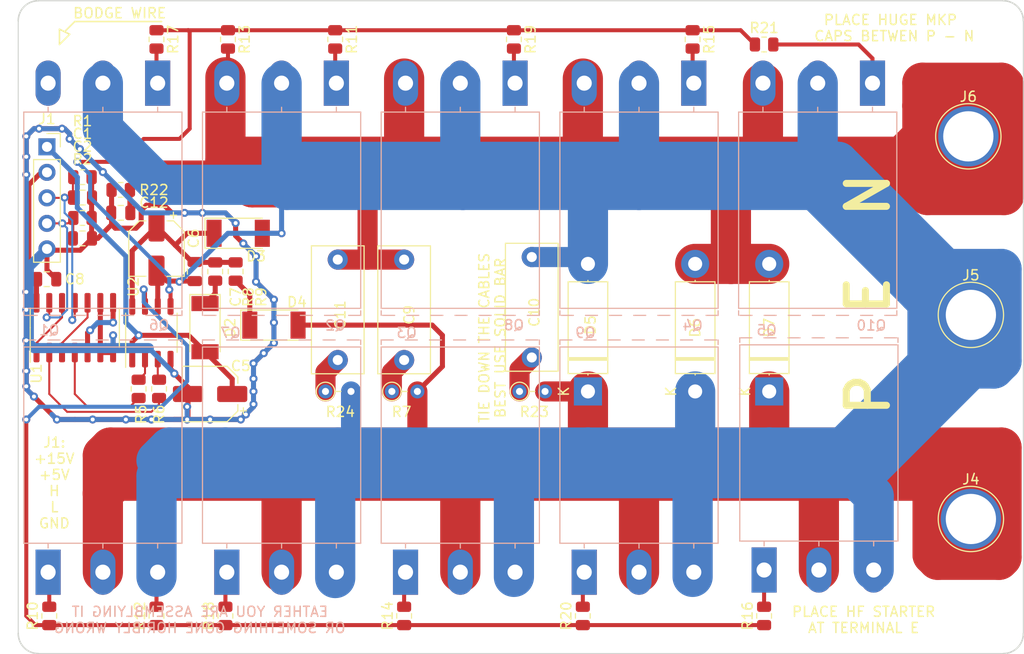
<source format=kicad_pcb>
(kicad_pcb (version 20220914) (generator pcbnew)
  (layers (0 "F.Cu" signal) (31 "B.Cu" signal) (34 "B.Paste" user) (35 "F.Paste" user) (36 "B.SilkS" user "B.Silkscreen") (37 "F.SilkS" user "F.Silkscreen") (38 "B.Mask" user) (39 "F.Mask" user) (44 "Edge.Cuts" user))
  (net 0 "")
  (net 1 "Net-(J1-Pin_3)")
  (net 2 "GND")
  (net 3 "Net-(J1-Pin_4)")
  (net 4 "+15V")
  (net 5 "Net-(D3-K)")
  (net 6 "Net-(D2-K)")
  (net 7 "Net-(D4-K)")
  (net 8 "+5V")
  (net 9 "Net-(C9-Pad1)")
  (net 10 "Net-(C10-Pad1)")
  (net 11 "Net-(C11-Pad1)")
  (net 12 "Net-(Q1-G)")
  (net 13 "Net-(Q2-G)")
  (net 14 "Net-(Q3-G)")
  (net 15 "Net-(Q4-G)")
  (net 16 "Net-(Q5-G)")
  (net 17 "Net-(Q6-G)")
  (net 18 "Net-(Q7-G)")
  (net 19 "Net-(Q8-G)")
  (net 20 "Net-(Q9-G)")
  (net 21 "Net-(Q10-G)")
  (net 22 "Net-(U2-HIN)")
  (net 23 "/outP")
  (net 24 "/in+")
  (net 25 "/in-")
  (net 26 "Net-(U2-LIN)")
  (net 27 "Net-(U2-HO)")
  (net 28 "Net-(U2-LO)")
  (net 29 "Net-(R5-Pad1)")
  (net 30 "Net-(U1-Pad3)")
  (net 31 "Net-(R6-Pad1)")
  (net 32 "Net-(U1-Pad1)")
  (net 33 "Net-(U1-Pad5)")
  (footprint "Capacitor_SMD:CP_Elec_5x5.7" (layer "F.Cu") (at 63.754 74.676 -90)
    (fp_text reference "C6")
    (fp_text value "C_Polarized_Small")
  )
  (footprint "TestPoint:TestPoint_Plated_Hole_D5.0mm" (layer "F.Cu") (at 144.78 81.28)
    (fp_text reference "J5")
    (fp_text value "Conn_01x01")
  )
  (footprint "Package_SO:SO-14_3.9x8.65mm_P1.27mm" (layer "F.Cu") (at 55.626 82.55 90)
    (fp_text reference "U1")
    (fp_text value "74HC04")
  )
  (footprint "Resistor_SMD:R_0805_2012Metric" (layer "F.Cu") (at 69.596 76.962 90)
    (fp_text reference "R8")
    (fp_text value "R_Small")
  )
  (footprint "Resistor_SMD:R_0805_2012Metric" (layer "F.Cu") (at 70.612 111.252 90)
    (fp_text reference "R18")
    (fp_text value "R_Small")
  )
  (footprint "Resistor_SMD:R_0805_2012Metric" (layer "F.Cu") (at 99.314 53.848 -90)
    (fp_text reference "R19")
    (fp_text value "R_Small")
  )
  (footprint "Capacitor_THT:C_Disc_D12.5mm_W5.0mm_P10.00mm" (layer "F.Cu") (at 101.092 85.518 90)
    (fp_text reference "C10")
    (fp_text value "C_Small")
  )
  (footprint "Resistor_SMD:R_0805_2012Metric" (layer "F.Cu") (at 63.754 53.848 -90)
    (fp_text reference "R17")
    (fp_text value "R_Small")
  )
  (footprint "Capacitor_SMD:C_0805_2012Metric" (layer "F.Cu") (at 67.564 76.962 -90)
    (fp_text reference "C7")
    (fp_text value "C_Small")
  )
  (footprint "Connector_PinSocket_2.54mm:PinSocket_1x05_P2.54mm_Vertical" (layer "F.Cu") (at 52.857 64.546)
    (fp_text reference "J1")
    (fp_text value "Conn_01x05")
  )
  (footprint "Diode_THT:D_5W_P12.70mm_Horizontal" (layer "F.Cu") (at 117.348 88.9 90)
    (fp_text reference "D6")
    (fp_text value "D_Small")
  )
  (footprint "Diode_SMD:D_MELF" (layer "F.Cu") (at 68.58 82.55 -90)
    (fp_text reference "D2")
    (fp_text value "D_Small")
  )
  (footprint "Resistor_SMD:R_0805_2012Metric" (layer "F.Cu") (at 61.976 88.646 90)
    (fp_text reference "R5")
    (fp_text value "R_Small")
  )
  (footprint "Diode_THT:D_5W_P12.70mm_Horizontal" (layer "F.Cu") (at 124.714 88.9 90)
    (fp_text reference "D7")
    (fp_text value "D_Small")
  )
  (footprint "Resistor_SMD:R_0805_2012Metric" (layer "F.Cu") (at 63.754 111.252 90)
    (fp_text reference "R12")
    (fp_text value "R_Small")
  )
  (footprint "Resistor_SMD:R_0805_2012Metric" (layer "F.Cu") (at 124.206 54.356)
    (fp_text reference "R21")
    (fp_text value "R_Small")
  )
  (footprint "Resistor_SMD:R_0805_2012Metric" (layer "F.Cu") (at 56.388 67.564 180)
    (fp_text reference "R1")
    (fp_text value "R_Small")
  )
  (footprint "Capacitor_SMD:C_0805_2012Metric" (layer "F.Cu") (at 52.832 77.724)
    (fp_text reference "C8")
    (fp_text value "C_Small")
  )
  (footprint "Capacitor_SMD:CP_Elec_5x5.7" (layer "F.Cu") (at 69.088 89.154 180)
    (fp_text reference "C5")
    (fp_text value "C_Polarized_Small")
  )
  (footprint "Capacitor_THT:C_Disc_D12.5mm_W5.0mm_P10.00mm" (layer "F.Cu") (at 81.788 85.772 90)
    (fp_text reference "C11")
    (fp_text value "C_Small")
  )
  (footprint "Capacitor_SMD:C_0805_2012Metric" (layer "F.Cu") (at 56.388 69.596)
    (fp_text reference "C1")
    (fp_text value "C_Small")
  )
  (footprint "Resistor_SMD:R_0805_2012Metric" (layer "F.Cu") (at 81.534 53.848 -90)
    (fp_text reference "R11")
    (fp_text value "R_Small")
  )
  (footprint "Package_SO:SOP-8_3.9x4.9mm_P1.27mm" (layer "F.Cu") (at 63.246 83.058 90)
    (fp_text reference "U2")
    (fp_text value "IR2101")
  )
  (footprint "Resistor_SMD:R_0805_2012Metric" (layer "F.Cu") (at 70.866 53.848 -90)
    (fp_text reference "R13")
    (fp_text value "R_Small")
  )
  (footprint "Diode_SMD:D_MELF" (layer "F.Cu") (at 71.882 73.152)
    (fp_text reference "D3")
    (fp_text value "D_Small")
  )
  (footprint "TestPoint:TestPoint_Plated_Hole_D5.0mm" (layer "F.Cu") (at 144.78 101.6)
    (fp_text reference "J4")
    (fp_text value "Conn_01x01")
  )
  (footprint "Resistor_THT:R_Axial_DIN0204_L3.6mm_D1.6mm_P2.54mm_Vertical" (layer "F.Cu") (at 99.872 88.9)
    (fp_text reference "R23")
    (fp_text value "R_Small")
  )
  (footprint "Resistor_SMD:R_0805_2012Metric" (layer "F.Cu") (at 60.198 68.834)
    (fp_text reference "R22")
    (fp_text value "R_Small")
  )
  (footprint "Capacitor_SMD:C_0805_2012Metric" (layer "F.Cu") (at 60.198 71.12)
    (fp_text reference "C12")
    (fp_text value "C_Small")
  )
  (footprint "Diode_SMD:D_MELF" (layer "F.Cu") (at 75.438 82.296)
    (fp_text reference "D4")
    (fp_text value "D_Small")
  )
  (footprint "TestPoint:TestPoint_Plated_Hole_D5.0mm" (layer "F.Cu") (at 144.526 63.5)
    (fp_text reference "J6")
    (fp_text value "Conn_01x01")
  )
  (footprint "Resistor_SMD:R_0805_2012Metric" (layer "F.Cu") (at 124.206 111.252 90)
    (fp_text reference "R16")
    (fp_text value "R_Small")
  )
  (footprint "Resistor_SMD:R_0805_2012Metric" (layer "F.Cu") (at 88.392 111.252 90)
    (fp_text reference "R14")
    (fp_text value "R_Small")
  )
  (footprint "Capacitor_THT:C_Disc_D12.5mm_W5.0mm_P10.00mm" (layer "F.Cu") (at 88.392 85.772 90)
    (fp_text reference "C9")
    (fp_text value "C_Small")
  )
  (footprint "Resistor_SMD:R_0805_2012Metric" (layer "F.Cu") (at 117.094 53.848 -90)
    (fp_text reference "R15")
    (fp_text value "R_Small")
  )
  (footprint "Diode_THT:D_5W_P12.70mm_Horizontal" (layer "F.Cu") (at 106.68 88.9 90)
    (fp_text reference "D5")
    (fp_text value "D_Small")
  )
  (footprint "Resistor_THT:R_Axial_DIN0204_L3.6mm_D1.6mm_P2.54mm_Vertical" (layer "F.Cu") (at 80.568 88.9)
    (fp_text reference "R24")
    (fp_text value "R_Small")
  )
  (footprint "Resistor_SMD:R_0805_2012Metric" (layer "F.Cu") (at 56.388 71.628 180)
    (fp_text reference "R2")
    (fp_text value "R_Small")
  )
  (footprint "Resistor_THT:R_Axial_DIN0204_L3.6mm_D1.6mm_P2.54mm_Vertical" (layer "F.Cu") (at 87.172 88.9)
    (fp_text reference "R7")
    (fp_text value "R_Small")
  )
  (footprint "Resistor_SMD:R_0805_2012Metric" (layer "F.Cu") (at 64.008 88.646 90)
    (fp_text reference "R6")
    (fp_text value "R_Small")
  )
  (footprint "Resistor_SMD:R_0805_2012Metric" (layer "F.Cu") (at 71.628 76.962 -90)
    (fp_text reference "R9")
    (fp_text value "R_Small")
  )
  (footprint "Capacitor_SMD:C_0805_2012Metric" (layer "F.Cu") (at 56.388 73.66)
    (fp_text reference "C2")
    (fp_text value "C_Small")
  )
  (footprint "Resistor_SMD:R_0805_2012Metric" (layer "F.Cu") (at 53.086 111.252 90)
    (fp_text reference "R10")
    (fp_text value "R_Small")
  )
  (footprint "Resistor_SMD:R_0805_2012Metric" (layer "F.Cu") (at 106.172 111.252 90)
    (fp_text reference "R20")
    (fp_text value "R_Small")
  )
  (footprint "Package_TO_SOT_THT:TO-3P-3_Horizontal_TabUp" (layer "B.Cu") (at 70.75 106.895)
    (fp_text reference "Q7")
    (fp_text value "Q_NMOS_GDS")
  )
  (footprint "Package_TO_SOT_THT:TO-3P-3_Horizontal_TabUp" (layer "B.Cu") (at 117.21 58.205 180)
    (fp_text reference "Q4")
    (fp_text value "Q_NMOS_GDS")
  )
  (footprint "Package_TO_SOT_THT:TO-3P-3_Horizontal_TabUp" (layer "B.Cu") (at 106.31 106.895)
    (fp_text reference "Q9")
    (fp_text value "Q_NMOS_GDS")
  )
  (footprint "Package_TO_SOT_THT:TO-3P-3_Horizontal_TabUp" (layer "B.Cu") (at 124.206 106.68)
    (fp_text reference "Q5")
    (fp_text value "Q_NMOS_GDS")
  )
  (footprint "Package_TO_SOT_THT:TO-3P-3_Horizontal_TabUp" (layer "B.Cu") (at 134.99 58.205 180)
    (fp_text reference "Q10")
    (fp_text value "Q_NMOS_GDS")
  )
  (footprint "Package_TO_SOT_THT:TO-3P-3_Horizontal_TabUp" (layer "B.Cu") (at 63.87 58.205 180)
    (fp_text reference "Q6")
    (fp_text value "Q_NMOS_GDS")
  )
  (footprint "Package_TO_SOT_THT:TO-3P-3_Horizontal_TabUp" (layer "B.Cu") (at 52.97 106.895)
    (fp_text reference "Q1")
    (fp_text value "Q_NMOS_GDS")
  )
  (footprint "Package_TO_SOT_THT:TO-3P-3_Horizontal_TabUp" (layer "B.Cu") (at 99.43 58.205 180)
    (fp_text reference "Q8")
    (fp_text value "Q_NMOS_GDS")
  )
  (footprint "Package_TO_SOT_THT:TO-3P-3_Horizontal_TabUp" (layer "B.Cu") (at 81.65 58.205 180)
    (fp_text reference "Q2")
    (fp_text value "Q_NMOS_GDS")
  )
  (footprint "Package_TO_SOT_THT:TO-3P-3_Horizontal_TabUp" (layer "B.Cu") (at 88.53 106.895)
    (fp_text reference "Q3")
    (fp_text value "Q_NMOS_GDS")
  )
  (gr_line (start 55.118 53.34) (end 54.102 52.832) (stroke (width 0.15)) (layer "F.SilkS"))
  (gr_line (start 64.262 52.07) (end 55.626 52.07) (stroke (width 0.15)) (layer "F.SilkS"))
  (gr_line (start 54.102 54.356) (end 54.102 52.832) (stroke (width 0.15)) (layer "F.SilkS"))
  (gr_line (start 54.102 54.356) (end 55.118 53.34) (stroke (width 0.15)) (layer "F.SilkS"))
  (gr_line (start 54.61 53.086) (end 55.626 52.07) (stroke (width 0.15)) (layer "F.SilkS"))
  (gr_arc (start 50 52) (mid 50.585786 50.585786) (end 52 50) (stroke (width 0.15)) (layer "Edge.Cuts"))
  (gr_arc (start 150 113) (mid 149.414214 114.414214) (end 148 115) (stroke (width 0.15)) (layer "Edge.Cuts"))
  (gr_line (start 52 50) (end 148 50) (stroke (width 0.1)) (layer "Edge.Cuts"))
  (gr_line (start 150 52) (end 150 113) (stroke (width 0.1)) (layer "Edge.Cuts"))
  (gr_arc (start 52 115) (mid 50.585786 114.414214) (end 50 113) (stroke (width 0.15)) (layer "Edge.Cuts"))
  (gr_line (start 148 115) (end 52 115) (stroke (width 0.1)) (layer "Edge.Cuts"))
  (gr_line (start 50 113) (end 50 52) (stroke (width 0.1)) (layer "Edge.Cuts"))
  (gr_arc (start 148 50) (mid 149.414214 50.585786) (end 150 52) (stroke (width 0.15)) (layer "Edge.Cuts"))
  (gr_text "EATHER YOU ARE ASSEMBLYING IT\nOR SOMETHING GONE HORIBLY WRONG" (at 68.072 113.03) (layer "B.SilkS") (effects (font (size 1 1)) (justify bottom mirror)))
  (gr_text "PLACE HF STARTER\nAT TERMINAL E" (at 134.112 113.03) (layer "F.SilkS") (effects (font (size 1 1)) (justify bottom)))
  (gr_text "TIE DOWN THE CABLES\nBEST USE SOLID BAR" (at 98.552 83.566 90) (layer "F.SilkS") (effects (font (size 1 1)) (justify bottom)))
  (gr_text "P  E  N" (at 136.906 91.694 90) (layer "F.SilkS") (effects (font (size 4 4) (thickness 0.7) bold) (justify left bottom)))
  (gr_text "J1:\n+15V\n+5V\nH\nL\nGND" (at 53.594 102.616) (layer "F.SilkS") (effects (font (size 1 1)) (justify bottom)))
  (gr_text "BODGE WIRE" (at 55.372 51.816) (layer "F.SilkS") (effects (font (size 1 1)) (justify left bottom)))
  (gr_text "PLACE HUGE MKP \nCAPS BETWEN P - N" (at 137.16 54.102) (layer "F.SilkS") (effects (font (size 1 1)) (justify bottom)))
  (segment (start 55.438 69.596) (end 55.438 67.6015) (width 0.2) (layer "F.Cu") (net 1))
  (segment (start 55.408 69.626) (end 55.438 69.596) (width 0.2) (layer "F.Cu") (net 1))
  (segment (start 55.372 81.788) (end 55.626 81.534) (width 0.2) (layer "F.Cu") (net 1))
  (segment (start 52.857 69.626) (end 55.408 69.626) (width 0.2) (layer "F.Cu") (net 1))
  (segment (start 55.626 81.534) (end 55.626 80.075) (width 0.2) (layer "F.Cu") (net 1))
  (segment (start 55.438 67.6015) (end 55.4755 67.564) (width 0.2) (layer "F.Cu") (net 1))
  (via (at 55.372 81.788) (size 0.8) (drill 0.4) (layers "F.Cu" "B.Cu") (net 1))
  (via (at 54.61 69.596) (size 0.8) (drill 0.4) (layers "F.Cu" "B.Cu") (net 1))
  (segment (start 54.61 71.12) (end 54.61 69.596) (width 0.2) (layer "B.Cu") (net 1))
  (segment (start 55.372 71.882) (end 54.61 71.12) (width 0.2) (layer "B.Cu") (net 1))
  (segment (start 55.372 81.788) (end 55.372 71.882) (width 0.2) (layer "B.Cu") (net 1))
  (segment (start 65.532 91.694) (end 55.626 91.694) (width 0.5) (layer "F.Cu") (net 2))
  (segment (start 75.438 84.074) (end 75.438 79.756) (width 0.5) (layer "F.Cu") (net 2))
  (segment (start 54.61 62.738) (end 54.356 62.738) (width 0.5) (layer "F.Cu") (net 2))
  (segment (start 59.643 72.644) (end 59.2855 72.2865) (width 0.5) (layer "F.Cu") (net 2))
  (segment (start 65.151 85.683) (end 65.151 86.655) (width 0.5) (layer "F.Cu") (net 2))
  (segment (start 58.166 85.025) (end 59.436 85.025) (width 0.5) (layer "F.Cu") (net 2))
  (segment (start 65.532 91.694) (end 72.136 91.694) (width 0.5) (layer "F.Cu") (net 2))
  (segment (start 75.438 79.756) (end 73.66 77.978) (width 0.5) (layer "F.Cu") (net 2))
  (segment (start 57.912 73.66) (end 59.2855 72.2865) (width 0.5) (layer "F.Cu") (net 2))
  (segment (start 50.8 63.5) (end 50.8 65.532) (width 0.5) (layer "F.Cu") (net 2))
  (segment (start 55.626 91.694) (end 53.848 91.694) (width 0.5) (layer "F.Cu") (net 2))
  (segment (start 56.134 64.77) (end 55.118 63.754) (width 0.5) (layer "F.Cu") (net 2))
  (segment (start 52.857 74.706) (end 52.857 76.799) (width 0.5) (layer "F.Cu") (net 2))
  (segment (start 52.986 74.835) (end 56.163 74.835) (width 0.5) (layer "F.Cu") (net 2))
  (segment (start 50.8 65.532) (end 50.8 67.31) (width 0.5) (layer "F.Cu") (net 2))
  (segment (start 61.722 72.644) (end 59.643 72.644) (width 0.5) (layer "F.Cu") (net 2))
  (segment (start 65.151 86.655) (end 65.532 87.036) (width 0.5) (layer "F.Cu") (net 2))
  (segment (start 71.628 72.136) (end 70.612 71.12) (width 0.5) (layer "F.Cu") (net 2))
  (segment (start 50.8 78.994) (end 50.8 79.248) (width 0.5) (layer "F.Cu") (net 2))
  (segment (start 66.888 90.338) (end 66.802 90.424) (width 0.5) (layer "F.Cu") (net 2))
  (segment (start 56.163 74.835) (end 57.338 73.66) (width 0.5) (layer "F.Cu") (net 2))
  (segment (start 50.8 83.82) (end 50.8 80.772) (width 0.5) (layer "F.Cu") (net 2))
  (segment (start 62.23 72.136) (end 61.722 72.644) (width 0.5) (layer "F.Cu") (net 2))
  (segment (start 57.3005 73.6225) (end 57.338 73.66) (width 0.5) (layer "F.Cu") (net 2))
  (segment (start 57.338 73.66) (end 57.912 73.66) (width 0.5) (layer "F.Cu") (net 2))
  (segment (start 73.66 75.438) (end 71.628 73.406) (width 0.5) (layer "F.Cu") (net 2))
  (segment (start 55.118 63.754) (end 55.118 63.246) (width 0.5) (layer "F.Cu") (net 2))
  (segment (start 52.07 62.738) (end 51.562 62.738) (width 0.5) (layer "F.Cu") (net 2))
  (segment (start 53.848 91.694) (end 50.8 88.646) (width 0.5) (layer "F.Cu") (net 2))
  (segment (start 72.136 91.694) (end 73.406 90.424) (width 0.5) (layer "F.Cu") (net 2))
  (segment (start 52.857 74.706) (end 52.986 74.835) (width 0.5) (layer "F.Cu") (net 2))
  (segment (start 52.857 76.799) (end 53.782 77.724) (width 0.5) (layer "F.Cu") (net 2))
  (segment (start 55.118 63.246) (end 54.61 62.738) (width 0.5) (layer "F.Cu") (net 2))
  (segment (start 65.532 87.122) (end 66.888 88.478) (width 0.5) (layer "F.Cu") (net 2))
  (segment (start 64.516 70.358) (end 62.738 70.358) (width 0.5) (layer "F.Cu") (net 2))
  (segment (start 59.436 83.312) (end 59.436 85.025) (width 0.5) (layer "F.Cu") (net 2))
  (segment (start 66.888 89.154) (end 66.888 90.338) (width 0.5) (layer "F.Cu") (net 2))
  (segment (start 62.23 70.866) (end 62.23 72.136) (width 0.5) (layer "F.Cu") (net 2))
  (segment (start 65.532 87.036) (end 65.532 87.122) (width 0.5) (layer "F.Cu") (net 2))
  (segment (start 57.3005 67.564) (end 57.3005 73.6225) (width 0.5) (layer "F.Cu") (net 2))
  (segment (start 66.888 90.51) (end 66.888 91.694) (width 0.5) (layer "F.Cu") (net 2))
  (segment (start 73.66 77.978) (end 73.66 75.438) (width 0.5) (layer "F.Cu") (net 2))
  (segment (start 59.2855 72.2865) (end 59.2855 68.834) (width 0.5) (layer "F.Cu") (net 2))
  (segment (start 73.406 90.424) (end 73.406 86.106) (width 0.5) (layer "F.Cu") (net 2))
  (segment (start 66.888 91.694) (end 65.532 91.694) (width 0.5) (layer "F.Cu") (net 2))
  (segment (start 54.356 62.738) (end 52.07 62.738) (width 0.5) (layer "F.Cu") (net 2))
  (segment (start 65.278 71.12) (end 64.516 70.358) (width 0.5) (layer "F.Cu") (net 2))
  (segment (start 58.166 80.075) (end 58.166 85.025) (width 0.5) (layer "F.Cu") (net 2))
  (segment (start 66.888 88.478) (end 66.888 89.154) (width 0.5) (layer "F.Cu") (net 2))
  (segment (start 73.406 86.106) (end 75.438 84.074) (width 0.5) (layer "F.Cu") (net 2))
  (segment (start 70.612 71.12) (end 65.278 71.12) (width 0.5) (layer "F.Cu") (net 2))
  (segment (start 62.738 70.358) (end 62.23 70.866) (width 0.5) (layer "F.Cu") (net 2))
  (segment (start 71.628 73.406) (end 71.628 72.136) (width 0.5) (layer "F.Cu") (net 2))
  (segment (start 50.8 80.772) (end 50.8 78.994) (width 0.5) (layer "F.Cu") (net 2))
  (segment (start 51.562 62.738) (end 50.8 63.5) (width 0.5) (layer "F.Cu") (net 2))
  (segment (start 66.802 90.424) (end 66.888 90.51) (width 0.5) (layer "F.Cu") (net 2))
  (segment (start 50.8 88.646) (end 50.8 83.82) (width 0.5) (layer "F.Cu") (net 2))
  (via (at 50.8 83.82) (size 0.8) (drill 0.4) (layers "F.Cu" "B.Cu") (net 2))
  (via (at 50.8 86.868) (size 0.8) (drill 0.4) (layers "F.Cu" "B.Cu") (net 2))
  (via (at 73.406 87.63) (size 0.8) (drill 0.4) (layers "F.Cu" "B.Cu") (net 2))
  (via (at 50.8 65.532) (size 0.8) (drill 0.4) (layers "F.Cu" "B.Cu") (net 2))
  (via (at 50.8 80.772) (size 0.8) (drill 0.4) (layers "F.Cu" "B.Cu") (net 2))
  (via (at 63.246 91.694) (size 0.8) (drill 0.4) (layers "F.Cu" "B.Cu") (net 2))
  (via (at 73.66 75.438) (size 0.8) (drill 0.4) (layers "F.Cu" "B.Cu") (net 2))
  (via (at 65.532 87.122) (size 0.8) (drill 0.4) (layers "F.Cu" "B.Cu") (net 2))
  (via (at 71.628 72.136) (size 0.8) (drill 0.4) (layers "F.Cu" "B.Cu") (net 2))
  (via (at 58.42 67.056) (size 0.8) (drill 0.4) (layers "F.Cu" "B.Cu") (net 2))
  (via (at 66.548 71.12) (size 0.8) (drill 0.4) (layers "F.Cu" "B.Cu") (net 2))
  (via (at 66.802 90.424) (size 0.8) (drill 0.4) (layers "F.Cu" "B.Cu") (net 2))
  (via (at 50.8 67.31) (size 0.8) (drill 0.4) (layers "F.Cu" "B.Cu") (net 2))
  (via (at 50.8 63.5) (size 0.8) (drill 0.4) (layers "F.Cu" "B.Cu") (net 2))
  (via (at 50.8 78.994) (size 0.8) (drill 0.4) (layers "F.Cu" "B.Cu") (net 2))
  (via (at 66.802 91.694) (size 0.8) (drill 0.4) (layers "F.Cu" "B.Cu") (net 2))
  (via (at 68.326 71.12) (size 0.8) (drill 0.4) (layers "F.Cu" "B.Cu") (net 2))
  (via (at 72.39 74.168) (size 0.8) (drill 0.4) (layers "F.Cu" "B.Cu") (net 2))
  (via (at 73.66 77.978) (size 0.8) (drill 0.4) (layers "F.Cu" "B.Cu") (net 2))
  (via (at 60.706 91.694) (size 0.8) (drill 0.4) (layers "F.Cu" "B.Cu") (net 2))
  (via (at 73.406 86.106) (size 0.8) (drill 0.4) (layers "F.Cu" "B.Cu") (net 2))
  (via (at 59.436 83.312) (size 0.8) (drill 0.4) (layers "F.Cu" "B.Cu") (net 2))
  (via (at 51.562 89.408) (size 0.8) (drill 0.4) (layers "F.Cu" "B.Cu") (net 2))
  (via (at 54.356 62.738) (size 0.8) (drill 0.4) (layers "F.Cu" "B.Cu") (net 2))
  (via (at 69.088 91.694) (size 0.8) (drill 0.4) (layers "F.Cu" "B.Cu") (net 2))
  (via (at 75.438 84.074) (size 0.8) (drill 0.4) (layers "F.Cu" "B.Cu") (net 2))
  (via (at 75.438 82.042) (size 0.8) (drill 0.4) (layers "F.Cu" "B.Cu") (net 2))
  (via (at 73.406 90.17) (size 0.8) (drill 0.4) (layers "F.Cu" "B.Cu") (net 2))
  (via (at 75.438 79.756) (size 0.8) (drill 0.4) (layers "F.Cu" "B.Cu") (net 2))
  (via (at 74.422 85.09) (size 0.8) (drill 0.4) (layers "F.Cu" "B.Cu") (net 2))
  (via (at 57.404 91.694) (size 0.8) (drill 0.4) (layers "F.Cu" "B.Cu") (net 2))
  (via (at 52.07 62.738) (size 0.8) (drill 0.4) (layers "F.Cu" "B.Cu") (net 2))
  (via (at 72.644 91.186) (size 0.8) (drill 0.4) (layers "F.Cu" "B.Cu") (net 2))
  (via (at 73.406 88.9) (size 0.8) (drill 0.4) (layers "F.Cu" "B.Cu") (net 2))
  (via (at 55.118 63.754) (size 0.8) (drill 0.4) (layers "F.Cu" "B.Cu") (net 2))
  (via (at 56.134 64.77) (size 0.8) (drill 0.4) (layers "F.Cu" "B.Cu") (net 2))
  (via (at 53.848 91.694) (size 0.8) (drill 0.4) (layers "F.Cu" "B.Cu") (net 2))
  (via (at 50.8 88.392) (size 0.8) (drill 0.4) (layers "F.Cu" "B.Cu") (net 2))
  (via (at 72.136 91.694) (size 0.8) (drill 0.4) (layers "F.Cu" "B.Cu") (net 2))
  (segment (start 50.8 84.328) (end 50.8 86.868) (width 0.5) (layer "B.Cu") (net 2))
  (segment (start 60.706 91.694) (end 57.404 91.694) (width 0.5) (layer "B.Cu") (net 2))
  (segment (start 59.436 84.328) (end 59.182 84.582) (width 0.5) (layer "B.Cu") (net 2))
  (segment (start 74.422 85.09) (end 75.438 84.074) (width 0.5) (layer "B.Cu") (net 2))
  (segment (start 50.8 63.5) (end 50.8 76.255) (width 0.5) (layer "B.Cu") (net 2))
  (segment (start 51.054 76.509) (end 51.054 84.074) (width 1) (layer "B.Cu") (net 2))
  (segment (start 72.136 91.694) (end 72.644 91.186) (width 0.5) (layer "B.Cu") (net 2))
  (segment (start 72.644 91.186) (end 72.644 91.186) (width 0.5) (layer "B.Cu") (net 2))
  (segment (start 50.8 76.255) (end 51.054 76.509) (width 0.5) (layer "B.Cu") (net 2))
  (segment (start 66.802 90.424) (end 66.802 91.694) (width 0.5) (layer "B.Cu") (net 2))
  (segment (start 51.562 62.738) (end 50.8 63.5) (width 0.5) (layer "B.Cu") (net 2))
  (segment (start 73.66 75.692) (end 73.66 75.438) (width 0.5) (layer "B.Cu") (net 2))
  (segment (start 71.628 72.136) (end 70.612 71.12) (width 0.5) (layer "B.Cu") (net 2))
  (segment (start 74.422 85.09) (end 74.422 85.09) (width 0.5) (layer "B.Cu") (net 2))
  (segment (start 75.438 84.074) (end 75.438 82.042) (width 0.5) (layer "B.Cu") (net 2))
  (segment (start 70.612 71.12) (end 68.326 71.12) (width 0.5) (layer "B.Cu") (net 2))
  (segment (start 69.088 91.694) (end 72.136 91.694) (width 0.5) (layer "B.Cu") (net 2))
  (segment (start 73.406 86.106) (end 74.422 85.09) (width 0.5) (layer "B.Cu") (net 2))
  (segment (start 73.66 77.978) (end 73.66 75.692) (width 0.5) (layer "B.Cu") (net 2))
  (segment (start 68.326 71.12) (end 66.548 71.12) (width 0.5) (layer "B.Cu") (net 2))
  (segment (start 58.42 67.056) (end 58.42 67.056) (width 0.5) (layer "B.Cu") (net 2))
  (segment (start 66.802 91.694) (end 69.088 91.694) (width 0.5) (layer "B.Cu") (net 2))
  (segment (start 59.436 83.312) (end 59.436 84.328) (width 0.5) (layer "B.Cu") (net 2))
  (segment (start 73.406 87.63) (end 73.406 86.106) (width 0.5) (layer "B.Cu") (net 2))
  (segment (start 56.134 64.77) (end 56.134 64.77) (width 0.5) (layer "B.Cu") (net 2))
  (segment (start 73.406 90.424) (end 73.406 90.17) (width 0.5) (layer "B.Cu") (net 2))
  (segment (start 58.42 67.056) (end 56.134 64.77) (width 0.5) (layer "B.Cu") (net 2))
  (segment (start 63.246 91.694) (end 60.706 91.694) (width 0.5) (layer "B.Cu") (net 2))
  (segment (start 53.848 91.694) (end 53.34 91.186) (width 0.5) (layer "B.Cu") (net 2))
  (segment (start 66.548 71.12) (end 62.484 71.12) (width 0.5) (layer "B.Cu") (net 2))
  (segment (start 75.184 79.502) (end 73.66 77.978) (width 0.5) (layer "B.Cu") (net 2))
  (segment (start 56.134 64.77) (end 56.134 64.77) (width 0.5) (layer "B.Cu") (net 2))
  (segment (start 52.857 74.706) (end 51.054 76.509) (width 1) (layer "B.Cu") (net 2))
  (segment (start 73.66 75.438) (end 72.39 74.168) (width 0.5) (layer "B.Cu") (net 2))
  (segment (start 62.484 71.12) (end 58.42 67.056) (width 0.5) (layer "B.Cu") (net 2))
  (segment (start 50.8 88.392) (end 50.8 88.646) (width 0.5) (layer "B.Cu") (net 2))
  (segment (start 72.644 91.186) (end 72.644 91.186) (width 0.5) (layer "B.Cu") (net 2))
  (segment (start 56.134 64.77) (end 55.118 63.754) (width 0.5) (layer "B.Cu") (net 2))
  (segment (start 75.438 79.756) (end 75.184 79.502) (width 0.5) (layer "B.Cu") (net 2))
  (segment (start 65.532 87.122) (end 62.992 84.582) (width 0.5) (layer "B.Cu") (net 2))
  (segment (start 73.406 88.9) (end 73.406 87.63) (width 0.5) (layer "B.Cu") (net 2))
  (segment (start 59.182 84.582) (end 58.674 84.582) (width 0.5) (layer "B.Cu") (net 2))
  (segment (start 73.406 90.17) (end 73.406 88.9) (width 0.5) (layer "B.Cu") (net 2))
  (segment (start 51.562 84.582) (end 58.674 84.582) (width 1) (layer "B.Cu") (net 2))
  (segment (start 57.404 91.694) (end 53.848 91.694) (width 0.5) (layer "B.Cu") (net 2))
  (segment (start 58.674 84.582) (end 62.992 84.582) (width 1) (layer "B.Cu") (net 2))
  (segment (start 54.61 62.738) (end 51.562 62.738) (width 0.5) (layer "B.Cu") (net 2))
  (segment (start 74.422 85.09) (end 74.422 85.09) (width 0.5) (layer "B.Cu") (net 2))
  (segment (start 51.054 84.074) (end 50.8 84.328) (width 0.5) (layer "B.Cu") (net 2))
  (segment (start 75.438 82.042) (end 75.438 79.756) (width 0.5) (layer "B.Cu") (net 2))
  (segment (start 50.8 88.646) (end 51.562 89.408) (width 0.5) (layer "B.Cu") (net 2))
  (segment (start 55.118 63.754) (end 55.118 63.246) (width 0.5) (layer "B.Cu") (net 2))
  (segment (start 50.8 86.868) (end 50.8 88.392) (width 0.5) (layer "B.Cu") (net 2))
  (segment (start 51.054 84.074) (end 51.562 84.582) (width 1) (layer "B.Cu") (net 2))
  (segment (start 55.118 63.246) (end 54.61 62.738) (width 0.5) (layer "B.Cu") (net 2))
  (segment (start 72.644 91.186) (end 73.406 90.424) (width 0.5) (layer "B.Cu") (net 2))
  (segment (start 58.42 67.056) (end 58.42 67.056) (width 0.5) (layer "B.Cu") (net 2))
  (segment (start 66.802 91.694) (end 63.246 91.694) (width 0.5) (layer "B.Cu") (net 2))
  (segment (start 55.4755 73.6225) (end 55.438 73.66) (width 0.2) (layer "F.Cu") (net 3))
  (segment (start 53.086 81.28) (end 52.832 81.534) (width 0.2) (layer "F.Cu") (net 3))
  (segment (start 54.386 72.166) (end 54.9375 72.166) (width 0.2) (layer "F.Cu") (net 3))
  (segment (start 54.9375 72.166) (end 55.4755 71.628) (width 0.2) (layer "F.Cu") (net 3))
  (segment (start 55.4755 71.628) (end 55.4755 73.6225) (width 0.2) (layer "F.Cu") (net 3))
  (segment (start 52.857 72.166) (end 54.386 72.166) (width 0.2) (layer "F.Cu") (net 3))
  (segment (start 53.086 80.075) (end 53.086 81.28) (width 0.2) (layer "F.Cu") (net 3))
  (via (at 54.386 72.166) (size 0.8) (drill 0.4) (layers "F.Cu" "B.Cu") (net 3))
  (via (at 52.832 81.534) (size 0.8) (drill 0.4) (layers "F.Cu" "B.Cu") (net 3))
  (segment (start 52.832 81.534) (end 54.102 81.534) (width 0.2) (layer "B.Cu") (net 3))
  (segment (start 54.102 81.534) (end 54.864 80.772) (width 0.2) (layer "B.Cu") (net 3))
  (segment (start 54.864 80.772) (end 54.864 72.644) (width 0.2) (layer "B.Cu") (net 3))
  (segment (start 54.864 72.644) (end 54.386 72.166) (width 0.2) (layer "B.Cu") (net 3))
  (segment (start 61.976 83.312) (end 66.942 83.312) (width 0.5) (layer "F.Cu") (net 4))
  (segment (start 68.58 84.95) (end 71.288 87.658) (width 0.5) (layer "F.Cu") (net 4))
  (segment (start 71.288 87.658) (end 71.288 89.154) (width 0.5) (layer "F.Cu") (net 4))
  (segment (start 61.341 83.947) (end 61.976 83.312) (width 0.5) (layer "F.Cu") (net 4))
  (segment (start 66.942 83.312) (end 68.58 84.95) (width 0.5) (layer "F.Cu") (net 4))
  (segment (start 61.341 85.683) (end 61.341 83.947) (width 0.5) (layer "F.Cu") (net 4))
  (via (at 61.976 83.312) (size 0.8) (drill 0.4) (layers "F.Cu" "B.Cu") (net 4))
  (segment (start 55.88 70.612) (end 55.88 67.569) (width 0.5) (layer "B.Cu") (net 4))
  (segment (start 55.88 67.569) (end 52.857 64.546) (width 0.5) (layer "B.Cu") (net 4))
  (segment (start 60.706 75.438) (end 55.88 70.612) (width 0.5) (layer "B.Cu") (net 4))
  (segment (start 60.706 82.042) (end 60.706 75.438) (width 0.5) (layer "B.Cu") (net 4))
  (segment (start 61.976 83.312) (end 60.706 82.042) (width 0.5) (layer "B.Cu") (net 4))
  (segment (start 67.29 76.012) (end 65.616 74.338) (width 0.5) (layer "F.Cu") (net 5))
  (segment (start 67.6015 76.0495) (end 67.564 76.012) (width 0.5) (layer "F.Cu") (net 5))
  (segment (start 71.628 76.0495) (end 67.6015 76.0495) (width 0.5) (layer "F.Cu") (net 5))
  (segment (start 66.802 73.152) (end 65.616 74.338) (width 0.5) (layer "F.Cu") (net 5))
  (segment (start 67.564 76.012) (end 67.29 76.012) (width 0.5) (layer "F.Cu") (net 5))
  (segment (start 63.754 72.476) (end 61.341 74.889) (width 0.5) (layer "F.Cu") (net 5))
  (segment (start 61.341 74.889) (end 61.341 80.433) (width 0.5) (layer "F.Cu") (net 5))
  (segment (start 65.616 74.338) (end 63.754 72.476) (width 0.5) (layer "F.Cu") (net 5))
  (segment (start 69.482 73.152) (end 66.802 73.152) (width 0.5) (layer "F.Cu") (net 5))
  (segment (start 69.596 79.134) (end 68.58 80.15) (width 0.5) (layer "F.Cu") (net 6))
  (segment (start 69.596 77.8745) (end 69.596 79.134) (width 0.5) (layer "F.Cu") (net 6))
  (segment (start 73.038 82.296) (end 73.038 79.2845) (width 0.5) (layer "F.Cu") (net 7))
  (segment (start 73.038 79.2845) (end 71.628 77.8745) (width 0.5) (layer "F.Cu") (net 7))
  (segment (start 52.857 67.086) (end 52.294 67.086) (width 0.5) (layer "F.Cu") (net 8))
  (segment (start 51.054 68.326) (end 51.054 76.896) (width 0.5) (layer "F.Cu") (net 8))
  (segment (start 51.816 80.075) (end 51.816 77.79) (width 0.5) (layer "F.Cu") (net 8))
  (segment (start 52.294 67.086) (end 51.054 68.326) (width 0.5) (layer "F.Cu") (net 8))
  (segment (start 51.054 76.896) (end 51.882 77.724) (width 0.5) (layer "F.Cu") (net 8))
  (segment (start 51.816 77.79) (end 51.882 77.724) (width 0.5) (layer "F.Cu") (net 8))
  (segment (start 87.172 86.992) (end 88.392 85.772) (width 2) (layer "F.Cu") (net 9))
  (segment (start 87.172 88.9) (end 87.172 86.992) (width 2) (layer "F.Cu") (net 9))
  (segment (start 99.872 86.738) (end 101.092 85.518) (width 2) (layer "F.Cu") (net 10))
  (segment (start 99.872 88.9) (end 99.872 86.738) (width 2) (layer "F.Cu") (net 10))
  (segment (start 80.568 86.992) (end 81.788 85.772) (width 2) (layer "F.Cu") (net 11))
  (segment (start 80.568 88.9) (end 80.568 86.992) (width 2) (layer "F.Cu") (net 11))
  (segment (start 53.086 107.011) (end 52.97 106.895) (width 0.4) (layer "F.Cu") (net 12))
  (segment (start 53.086 110.3395) (end 53.086 107.011) (width 0.4) (layer "F.Cu") (net 12))
  (segment (start 81.534 58.089) (end 81.65 58.205) (width 0.4) (layer "F.Cu") (net 13))
  (segment (start 81.534 54.7605) (end 81.534 58.089) (width 0.4) (layer "F.Cu") (net 13))
  (segment (start 88.392 107.033) (end 88.53 106.895) (width 0.4) (layer "F.Cu") (net 14))
  (segment (start 88.392 110.3395) (end 88.392 107.033) (width 0.4) (layer "F.Cu") (net 14))
  (segment (start 117.094 58.089) (end 117.21 58.205) (width 0.4) (layer "F.Cu") (net 15))
  (segment (start 117.094 54.7605) (end 117.094 58.089) (width 0.4) (layer "F.Cu") (net 15))
  (segment (start 124.206 110.3395) (end 124.206 106.68) (width 0.4) (layer "F.Cu") (net 16))
  (segment (start 63.754 54.7605) (end 63.754 58.089) (width 0.4) (layer "F.Cu") (net 17))
  (segment (start 63.754 58.089) (end 63.87 58.205) (width 0.4) (layer "F.Cu") (net 17))
  (segment (start 70.612 107.033) (end 70.75 106.895) (width 0.4) (layer "F.Cu") (net 18))
  (segment (start 70.612 110.3395) (end 70.612 107.033) (width 0.4) (layer "F.Cu") (net 18))
  (segment (start 99.314 58.089) (end 99.43 58.205) (width 0.4) (layer "F.Cu") (net 19))
  (segment (start 99.314 54.7605) (end 99.314 58.089) (width 0.4) (layer "F.Cu") (net 19))
  (segment (start 106.172 110.3395) (end 106.172 107.033) (width 0.4) (layer "F.Cu") (net 20))
  (segment (start 106.172 107.033) (end 106.31 106.895) (width 0.4) (layer "F.Cu") (net 20))
  (segment (start 134.99 55.742) (end 134.99 58.205) (width 0.4) (layer "F.Cu") (net 21))
  (segment (start 133.604 54.356) (end 134.99 55.742) (width 0.4) (layer "F.Cu") (net 21))
  (segment (start 125.1185 54.356) (end 133.604 54.356) (width 0.4) (layer "F.Cu") (net 21))
  (segment (start 62.611 87.0985) (end 61.976 87.7335) (width 0.2) (layer "F.Cu") (net 22))
  (segment (start 62.611 85.683) (end 62.611 87.0985) (width 0.2) (layer "F.Cu") (net 22))
  (segment (start 63.754 107.011) (end 63.87 106.895) (width 0.4) (layer "F.Cu") (net 23))
  (segment (start 63.881 80.433) (end 63.881 77.003) (width 0.5) (layer "F.Cu") (net 23))
  (segment (start 67.564 77.912) (end 66.106 77.912) (width 0.5) (layer "F.Cu") (net 23))
  (segment (start 74.282 73.152) (end 76.2 73.152) (width 0.5) (layer "F.Cu") (net 23))
  (segment (start 66.04 77.978) (end 65.974 77.912) (width 0.5) (layer "F.Cu") (net 23))
  (segment (start 63.881 77.003) (end 63.754 76.876) (width 0.5) (layer "F.Cu") (net 23))
  (segment (start 63.754 110.3395) (end 63.754 107.011) (width 0.4) (layer "F.Cu") (net 23))
  (segment (start 65.974 77.912) (end 64.79 77.912) (width 0.5) (layer "F.Cu") (net 23))
  (segment (start 66.106 77.912) (end 66.04 77.978) (width 0.5) (layer "F.Cu") (net 23))
  (segment (start 64.79 77.912) (end 63.754 76.876) (width 0.5) (layer "F.Cu") (net 23))
  (via (at 66.04 77.978) (size 0.8) (drill 0.4) (layers "F.Cu" "B.Cu") (net 23))
  (via (at 76.2 73.152) (size 0.8) (drill 0.4) (layers "F.Cu" "B.Cu") (net 23))
  (segment (start 88.9 94.488) (end 106.68 94.488) (width 4) (layer "B.Cu") (net 23))
  (segment (start 111.76 68.834) (end 128.778 68.834) (width 4) (layer "B.Cu") (net 23))
  (segment (start 70.612 94.488) (end 81.788 94.488) (width 4) (layer "B.Cu") (net 23))
  (segment (start 124.714 94.488) (end 132.08 94.488) (width 4) (layer "B.Cu") (net 23))
  (segment (start 111.76 58.205) (end 111.76 68.834) (width 4) (layer "B.Cu") (net 23))
  (segment (start 135.106 99.292) (end 133.604 97.79) (width 4) (layer "B.Cu") (net 23))
  (segment (start 58.42 62.738) (end 58.42 58.205) (width 4) (layer "B.Cu") (net 23))
  (segment (start 117.348 93.98) (end 117.856 94.488) (width 4) (layer "B.Cu") (net 23))
  (segment (start 117.856 94.488) (end 124.714 94.488) (width 4) (layer "B.Cu") (net 23))
  (segment (start 106.68 76.2) (end 106.68 68.834) (width 4) (layer "B.Cu") (net 23))
  (segment (start 64.008 97.536) (end 63.754 97.282) (width 4) (layer "B.Cu") (net 23))
  (segment (start 129.286 68.834) (end 139.573 79.121) (width 4) (layer "B.Cu") (net 23))
  (segment (start 144.78 79.248) (end 142.367 76.835) (width 4) (layer "B.Cu") (net 23))
  (segment (start 147.828 85.852) (end 147.066 86.614) (width 4) (layer "B.Cu") (net 23))
  (segment (start 76.2 68.326) (end 64.008 68.326) (width 4) (layer "B.Cu") (net 23))
  (segment (start 144.78 86.614) (end 133.604 97.79) (width 4) (layer "B.Cu") (net 23))
  (segment (start 88.53 94.858) (end 88.9 94.488) (width 4) (layer "B.Cu") (net 23))
  (segment (start 142.367 76.835) (end 142.494 76.708) (width 4) (layer "B.Cu") (net 23))
  (segment (start 76.2 73.152) (end 76.2 68.326) (width 0.5) (layer "B.Cu") (net 23))
  (segment (start 106.68 68.834) (end 111.76 68.834) (width 4) (layer "B.Cu") (net 23))
  (segment (start 142.367 76.835) (end 131.572 66.04) (width 4) (layer "B.Cu") (net 23))
  (segment (start 76.708 68.834) (end 94.234 68.834) (width 4) (layer "B.Cu") (net 23))
  (segment (start 131.572 66.04) (end 78.486 66.04) (width 4) (layer "B.Cu") (net 23))
  (segment (start 144.78 81.28) (end 144.78 86.614) (width 4) (layer "B.Cu") (net 23))
  (segment (start 140.462 80.01) (end 139.573 79.121) (width 4) (layer "B.Cu") (net 23))
  (segment (start 101.092 75.518) (end 105.998 75.518) (width 2) (layer "B.Cu") (net 23))
  (segment (start 140.462 86.106) (end 140.462 80.01) (width 4) (layer "B.Cu") (net 23))
  (segment (start 139.573 79.121) (end 141.732 81.28) (width 4) (layer "B.Cu") (net 23))
  (segment (start 117.094 107.3645) (end 117.094 95.3275) (width 4) (layer "B.Cu") (net 23))
  (segment (start 132.08 94.488) (end 140.462 86.106) (width 4) (layer "B.Cu") (net 23))
  (segment (start 76.2 68.326) (end 76.708 68.834) (width 4) (layer "B.Cu") (net 23))
  (segment (start 83.108 88.9) (end 83.108 93.168) (width 2) (layer "B.Cu") (net 23))
  (segment (start 99.314 107.3645) (end 99.314 95.3275) (width 4) (layer "B.Cu") (net 23))
  (segment (start 133.604 97.79) (end 133.35 97.536) (width 4) (layer "B.Cu") (net 23))
  (segment (start 83.108 93.168) (end 81.788 94.488) (width 2) (layer "B.Cu") (net 23))
  (segment (start 63.754 95.758) (end 65.024 94.488) (width 4) (layer "B.Cu") (net 23))
  (segment (start 142.494 76.708) (end 147.828 76.708) (width 4) (layer "B.Cu") (net 23))
  (segment (start 94.234 68.834) (end 106.68 68.834) (width 4) (layer "B.Cu") (net 23))
  (segment (start 106.31 94.858) (end 106.68 94.488) (width 4) (layer "B.Cu") (net 23))
  (segment (start 129.54 58.205) (end 129.54 68.072) (width 4) (layer "B.Cu") (net 23))
  (segment (start 65.024 94.488) (end 70.612 94.488) (width 4) (layer "B.Cu") (net 23))
  (segment (start 133.35 97.536) (end 64.008 97.536) (width 4) (layer "B.Cu") (net 23))
  (segment (start 124.09 95.112) (end 124.714 94.488) (width 4) (layer "B.Cu") (net 23))
  (segment (start 141.732 81.28) (end 144.78 81.28) (width 4) (layer "B.Cu") (net 23))
  (segment (start 81.534 107.4805) (end 81.534 95.2115) (width 4) (layer "B.Cu") (net 23))
  (segment (start 63.754 107.3535) (end 63.754 97.3705) (width 4) (layer "B.Cu") (net 23))
  (segment (start 106.68 94.488) (end 117.856 94.488) (width 4) (layer "B.Cu") (net 23))
  (segment (start 129.54 68.072) (end 128.778 68.834) (width 4) (layer "B.Cu") (net 23))
  (segment (start 78.486 66.04) (end 76.2 68.326) (width 4) (layer "B.Cu") (net 23))
  (segment (start 105.998 75.518) (end 106.68 76.2) (width 2) (layer "B.Cu") (net 23))
  (segment (start 64.008 68.326) (end 58.42 62.738) (width 4) (layer "B.Cu") (net 23))
  (segment (start 140.462 86.106) (end 144.78 81.788) (width 4) (layer "B.Cu") (net 23))
  (segment (start 70.75 94.626) (end 70.612 94.488) (width 4) (layer "B.Cu") (net 23))
  (segment (start 128.778 68.834) (end 129.286 68.834) (width 4) (layer "B.Cu") (net 23))
  (segment (start 76.2 58.205) (end 76.2 68.326) (width 4) (layer "B.Cu") (net 23))
  (segment (start 147.066 86.614) (end 144.78 86.614) (width 4) (layer "B.Cu") (net 23))
  (segment (start 81.788 94.488) (end 88.9 94.488) (width 4) (layer "B.Cu") (net 23))
  (segment (start 70.866 73.152) (end 76.2 73.152) (width 0.5) (layer "B.Cu") (net 23))
  (segment (start 144.78 81.788) (end 144.78 81.28) (width 4) (layer "B.Cu") (net 23))
  (segment (start 144.78 81.28) (end 144.78 79.248) (width 4) (layer "B.Cu") (net 23))
  (segment (start 66.04 77.978) (end 70.866 73.152) (width 0.5) (layer "B.Cu") (net 23))
  (segment (start 117.348 88.9) (end 117.348 93.98) (width 4) (layer "B.Cu") (net 23))
  (segment (start 93.98 58.205) (end 93.98 68.58) (width 4) (layer "B.Cu") (net 23))
  (segment (start 93.98 68.58) (end 94.234 68.834) (width 4) (layer "B.Cu") (net 23))
  (segment (start 135.106 106.68) (end 135.106 99.292) (width 4) (layer "B.Cu") (net 23))
  (segment (start 147.828 76.708) (end 147.828 85.852) (width 4) (layer "B.Cu") (net 23))
  (segment (start 91.186 82.296) (end 92.202 83.312) (width 0.5) (layer "F.Cu") (net 24))
  (segment (start 58.42 95.25) (end 58.42 99.06) (width 4) (layer "F.Cu") (net 24))
  (segment (start 58.42 99.06) (end 59.69 97.79) (width 4) (layer "F.Cu") (net 24))
  (segment (start 107.188 94.488) (end 90.17 94.488) (width 4) (layer "F.Cu") (net 24))
  (segment (start 129.656 97.928) (end 129.794 97.79) (width 4) (layer "F.Cu") (net 24))
  (segment (start 140.97 97.79) (end 144.78 101.6) (width 4) (layer "F.Cu") (net 24))
  (segment (start 111.76 106.895) (end 111.76 98.044) (width 4) (layer "F.Cu") (net 24))
  (segment (start 124.714 94.234) (end 124.968 94.488) (width 4) (layer "F.Cu") (net 24))
  (segment (start 58.42 106.895) (end 58.42 99.06) (width 4) (layer "F.Cu") (net 24))
  (segment (start 141.478 94.488) (end 124.968 94.488) (width 4) (layer "F.Cu") (net 24))
  (segment (start 94.742 97.79) (end 112.014 97.79) (width 4) (layer "F.Cu") (net 24))
  (segment (start 141.478 105.664) (end 140.97 105.156) (width 4) (layer "F.Cu") (net 24))
  (segment (start 106.68 93.98) (end 107.188 94.488) (width 4) (layer "F.Cu") (net 24))
  (segment (start 141.478 94.488) (end 147.828 94.488) (width 4) (layer "F.Cu") (net 24))
  (segment (start 75.692 97.79) (end 94.742 97.79) (width 4) (layer "F.Cu") (net 24))
  (segment (start 76.2 106.895) (end 76.2 98.298) (width 4) (layer "F.Cu") (net 24))
  (segment (start 89.712 94.03) (end 90.17 94.488) (width 2) (layer "F.Cu") (net 24))
  (segment (start 102.412 88.9) (end 106.68 88.9) (width 2) (layer "F.Cu") (net 24))
  (segment (start 77.838 82.296) (end 91.186 82.296) (width 0.5) (layer "F.Cu") (net 24))
  (segment (start 106.68 88.9) (end 106.68 93.98) (width 4) (layer "F.Cu") (net 24))
  (segment (start 147.574 105.664) (end 141.478 105.664) (width 4) (layer "F.Cu") (net 24))
  (segment (start 140.97 105.156) (end 140.97 97.79) (width 4) (layer "F.Cu") (net 24))
  (segment (start 92.202 86.41) (end 89.712 88.9) (width 0.5) (layer "F.Cu") (net 24))
  (segment (start 147.828 94.488) (end 147.828 105.41) (width 4) (layer "F.Cu") (net 24))
  (segment (start 124.714 88.9) (end 124.714 94.234) (width 4) (layer "F.Cu") (net 24))
  (segment (start 59.182 94.488) (end 58.42 95.25) (width 4) (layer "F.Cu") (net 24))
  (segment (start 111.76 98.044) (end 112.014 97.79) (width 4) (layer "F.Cu") (net 24))
  (segment (start 76.2 98.298) (end 75.692 97.79) (width 4) (layer "F.Cu") (net 24))
  (segment (start 144.78 101.6) (end 144.78 97.79) (width 4) (layer "F.Cu") (net 24))
  (segment (start 93.98 106.895) (end 93.98 98.552) (width 4) (layer "F.Cu") (net 24))
  (segment (start 90.17 94.488) (end 59.182 94.488) (width 4) (layer "F.Cu") (net 24))
  (segment (start 129.794 97.79) (end 140.97 97.79) (width 4) (layer "F.Cu") (net 24))
  (segment (start 92.202 83.312) (end 92.202 86.41) (width 0.5) (layer "F.Cu") (net 24))
  (segment (start 124.968 94.488) (end 107.188 94.488) (width 4) (layer "F.Cu") (net 24))
  (segment (start 59.69 97.79) (end 75.692 97.79) (width 4) (layer "F.Cu") (net 24))
  (segment (start 129.656 106.68) (end 129.656 97.928) (width 4) (layer "F.Cu") (net 24))
  (segment (start 89.712 88.9) (end 89.712 94.03) (width 2) (layer "F.Cu") (net 24))
  (segment (start 112.014 97.79) (end 129.794 97.79) (width 4) (layer "F.Cu") (net 24))
  (segment (start 144.526 97.536) (end 141.478 94.488) (width 4) (layer "F.Cu") (net 24))
  (segment (start 93.98 98.552) (end 94.742 97.79) (width 4) (layer "F.Cu") (net 24))
  (segment (start 147.828 105.41) (end 147.574 105.664) (width 4) (layer "F.Cu") (net 24))
  (segment (start 144.78 97.79) (end 144.526 97.536) (width 4) (layer "F.Cu") (net 24))
  (segment (start 120.396 68.58) (end 139.7 68.58) (width 4) (layer "F.Cu") (net 25))
  (segment (start 73.29 68.58) (end 82.296 68.58) (width 4) (layer "F.Cu") (net 25))
  (segment (start 71.49 65.532) (end 70.866 66.156) (width 4) (layer "F.Cu") (net 25))
  (segment (start 70.866 58.089) (end 70.75 58.205) (width 0.4) (layer "F.Cu") (net 25))
  (segment (start 139.954 58.166) (end 147.828 58.166) (width 4) (layer "F.Cu") (net 25))
  (segment (start 139.954 60.452) (end 139.954 58.166) (width 4) (layer "F.Cu") (net 25))
  (segment (start 139.954 63.5) (end 139.954 60.452) (width 4) (layer "F.Cu") (net 25))
  (segment (start 123.952 65.532) (end 71.49 65.532) (width 4) (layer "F.Cu") (net 25))
  (segment (start 84.756 75.772) (end 84.756 69.168) (width 2) (layer "F.Cu") (net 25))
  (segment (start 85.344 68.58) (end 99.822 68.58) (width 4) (layer "F.Cu") (net 25))
  (segment (start 120.904 69.088) (end 120.396 68.58) (width 4) (layer "F.Cu") (net 25))
  (segment (start 141.351 66.929) (end 144.526 63.754) (width 4) (layer "F.Cu") (net 25))
  (segment (start 70.612 65.902) (end 70.866 66.156) (width 4) (layer "F.Cu") (net 25))
  (segment (start 124.714 76.2) (end 120.904 76.2) (width 4) (layer "F.Cu") (net 25))
  (segment (start 63.87 66.156) (end 61.192 68.834) (width 0.5) (layer "F.Cu") (net 25))
  (segment (start 147.828 58.166) (end 148.082 58.42) (width 4) (layer "F.Cu") (net 25))
  (segment (start 99.822 68.58) (end 118.11 68.58) (width 4) (layer "F.Cu") (net 25))
  (segment (start 140.462 69.342) (end 139.7 68.58) (width 4) (layer "F.Cu") (net 25))
  (segment (start 120.904 76.2) (end 120.904 69.088) (width 4) (layer "F.Cu") (net 25))
  (segment (start 139.954 60.452) (end 146.05 60.452) (width 4) (layer "F.Cu") (net 25))
  (segment (start 81.65 67.934) (end 82.296 68.58) (width 4) (layer "F.Cu") (net 25))
  (segment (start 61.192 68.834) (end 61.1105 68.834) (width 0.5) (layer "F.Cu") (net 25))
  (segment (start 106.172 57.7465) (end 106.172 67.2215) (width 4) (layer "F.Cu") (net 25))
  (segment (start 139.954 63.5) (end 137.922 65.532) (width 4) (layer "F.Cu") (net 25))
  (segment (start 118.11 68.58) (end 120.396 68.58) (width 4) (layer "F.Cu") (net 25))
  (segment (start 120.904 76.2) (end 117.348 76.2) (width 4) (layer "F.Cu") (net 25))
  (segment (start 70.866 54.7605) (end 70.866 58.089) (width 0.4) (layer "F.Cu") (net 25))
  (segment (start 84.756 75.772) (end 81.788 75.772) (width 2) (layer "F.Cu") (net 25))
  (segment (start 82.296 68.58) (end 85.344 68.58) (width 4) (layer "F.Cu") (net 25))
  (segment (start 84.756 69.168) (end 85.344 68.58) (width 2) (layer "F.Cu") (net 25))
  (segment (start 148.082 58.42) (end 148.082 69.342) (width 4) (layer "F.Cu") (net 25))
  (segment (start 148.082 69.342) (end 140.462 69.342) (width 4) (layer "F.Cu") (net 25))
  (segment (start 124.09 65.394) (end 123.952 65.532) (width 4) (layer "F.Cu") (net 25))
  (segment (start 137.922 65.532) (end 123.952 65.532) (width 4) (layer "F.Cu") (net 25))
  (segment (start 144.526 63.5) (end 139.954 63.5) (width 4) (layer "F.Cu") (net 25))
  (segment (start 61.1105 71.0825) (end 61.148 71.12) (width 0.5) (layer "F.Cu") (net 25))
  (segment (start 146.05 65.786) (end 145.034 66.802) (width 4) (layer "F.Cu") (net 25))
  (segment (start 139.7 68.58) (end 141.351 66.929) (width 4) (layer "F.Cu") (net 25))
  (segment (start 146.05 60.452) (end 146.05 65.786) (width 4) (layer "F.Cu") (net 25))
  (segment (start 99.43 68.188) (end 99.822 68.58) (width 4) (layer "F.Cu") (net 25))
  (segment (start 117.21 67.68) (end 118.11 68.58) (width 4) (layer "F.Cu") (net 25))
  (segment (start 70.866 66.156) (end 73.29 68.58) (width 4) (layer "F.Cu") (net 25))
  (segment (start 61.1105 68.834) (end 61.1105 71.0825) (width 0.5) (layer "F.Cu") (net 25))
  (segment (start 88.392 75.772) (end 84.756 75.772) (width 2) (layer "F.Cu") (net 25))
  (segment (start 88.392 57.7465) (end 88.392 67.7295) (width 4) (layer "F.Cu") (net 25))
  (segment (start 124.09 58.205) (end 124.09 65.394) (width 4) (layer "F.Cu") (net 25))
  (segment (start 144.526 63.754) (end 144.526 63.5) (width 4) (layer "F.Cu") (net 25))
  (segment (start 70.612 57.6195) (end 70.612 65.902) (width 4) (layer "F.Cu") (net 25))
  (segment (start 70.866 66.156) (end 63.87 66.156) (width 0.5) (layer "F.Cu") (net 25))
  (segment (start 63.881 87.6065) (end 64.008 87.7335) (width 0.2) (layer "F.Cu") (net 26))
  (segment (start 63.881 85.683) (end 63.881 87.6065) (width 0.2) (layer "F.Cu") (net 26))
  (segment (start 53.086 112.1645) (end 124.206 112.1645) (width 0.4) (layer "F.Cu") (net 27))
  (segment (start 51.7125 112.1645) (end 53.086 112.1645) (width 0.4) (layer "F.Cu") (net 27))
  (segment (start 62.611 80.433) (end 62.611 78.867) (width 0.4) (layer "F.Cu") (net 27))
  (segment (start 62.611 78.867) (end 62.484 78.74) (width 0.4) (layer "F.Cu") (net 27))
  (segment (start 50.8 111.252) (end 51.7125 112.1645) (width 0.4) (layer "F.Cu") (net 27))
  (segment (start 50.8 91.694) (end 50.8 111.252) (width 0.4) (layer "F.Cu") (net 27))
  (via (at 62.484 78.74) (size 0.8) (drill 0.4) (layers "F.Cu" "B.Cu") (net 27))
  (via (at 50.8 91.694) (size 0.8) (drill 0.4) (layers "F.Cu" "B.Cu") (net 27))
  (segment (start 66.802 84.328) (end 62.484 80.01) (width 0.4) (layer "B.Cu") (net 27))
  (segment (start 66.802 87.884) (end 66.802 84.328) (width 0.4) (layer "B.Cu") (net 27))
  (segment (start 50.8 91.694) (end 52.07 90.424) (width 0.4) (layer "B.Cu") (net 27))
  (segment (start 62.484 80.01) (end 62.484 78.74) (width 0.4) (layer "B.Cu") (net 27))
  (segment (start 64.262 90.424) (end 66.802 87.884) (width 0.4) (layer "B.Cu") (net 27))
  (segment (start 52.07 90.424) (end 64.262 90.424) (width 0.4) (layer "B.Cu") (net 27))
  (segment (start 67.056 62.738) (end 67.056 53.086) (width 0.4) (layer "F.Cu") (net 28))
  (segment (start 62.484 63.754) (end 66.04 63.754) (width 0.4) (layer "F.Cu") (net 28))
  (segment (start 65.151 78.8885) (end 65.024 78.7615) (width 0.4) (layer "F.Cu") (net 28))
  (segment (start 66.9055 52.9355) (end 117.094 52.9355) (width 0.4) (layer "F.Cu") (net 28))
  (segment (start 66.9055 52.9355) (end 63.754 52.9355) (width 0.4) (layer "F.Cu") (net 28))
  (segment (start 67.056 53.086) (end 66.9055 52.9355) (width 0.4) (layer "F.Cu") (net 28))
  (segment (start 60.198 66.04) (end 62.484 63.754) (width 0.4) (layer "F.Cu") (net 28))
  (segment (start 65.151 80.433) (end 65.151 78.8885) (width 0.4) (layer "F.Cu") (net 28))
  (segment (start 66.04 63.754) (end 67.056 62.738) (width 0.4) (layer "F.Cu") (net 28))
  (segment (start 117.094 52.9355) (end 121.873 52.9355) (width 0.4) (layer "F.Cu") (net 28))
  (segment (start 121.873 52.9355) (end 123.2935 54.356) (width 0.4) (layer "F.Cu") (net 28))
  (segment (start 55.88 66.04) (end 60.198 66.04) (width 0.4) (layer "F.Cu") (net 28))
  (via (at 55.88 66.04) (size 0.8) (drill 0.4) (layers "F.Cu" "B.Cu") (net 28))
  (via (at 65.024 78.7615) (size 0.8) (drill 0.4) (layers "F.Cu" "B.Cu") (net 28))
  (segment (start 55.88 66.04) (end 57.15 67.31) (width 0.4) (layer "B.Cu") (net 28))
  (segment (start 57.15 69.596) (end 65.024 77.47) (width 0.4) (layer "B.Cu") (net 28))
  (segment (start 57.15 67.31) (end 57.15 69.596) (width 0.4) (layer "B.Cu") (net 28))
  (segment (start 65.024 77.47) (end 65.024 78.7615) (width 0.4) (layer "B.Cu") (net 28))
  (segment (start 61.976 89.5585) (end 61.1105 90.424) (width 0.2) (layer "F.Cu") (net 29))
  (segment (start 55.626 89.154) (end 55.626 85.025) (width 0.2) (layer "F.Cu") (net 29))
  (segment (start 61.1105 90.424) (end 56.896 90.424) (width 0.2) (layer "F.Cu") (net 29))
  (segment (start 56.896 90.424) (end 55.626 89.154) (width 0.2) (layer "F.Cu") (net 29))
  (segment (start 54.356 85.025) (end 54.356 84.074) (width 0.2) (layer "F.Cu") (net 30))
  (segment (start 54.356 84.074) (end 56.896 81.534) (width 0.2) (layer "F.Cu") (net 30))
  (segment (start 56.896 81.534) (end 56.896 80.075) (width 0.2) (layer "F.Cu") (net 30))
  (segment (start 54.864 90.932) (end 63.246 90.932) (width 0.2) (layer "F.Cu") (net 31))
  (segment (start 53.086 85.025) (end 53.086 89.154) (width 0.2) (layer "F.Cu") (net 31))
  (segment (start 53.086 89.154) (end 54.864 90.932) (width 0.2) (layer "F.Cu") (net 31))
  (segment (start 63.246 90.932) (end 64.008 90.17) (width 0.2) (layer "F.Cu") (net 31))
  (segment (start 64.008 90.17) (end 64.008 89.5585) (width 0.2) (layer "F.Cu") (net 31))
  (segment (start 54.356 81.534) (end 54.356 80.075) (width 0.2) (layer "F.Cu") (net 32))
  (segment (start 51.816 84.074) (end 54.356 81.534) (width 0.2) (layer "F.Cu") (net 32))
  (segment (start 51.816 85.025) (end 51.816 84.074) (width 0.2) (layer "F.Cu") (net 32))
  (segment (start 56.896 83.058) (end 57.15 82.804) (width 0.5) (layer "F.Cu") (net 33))
  (segment (start 56.896 85.025) (end 56.896 83.058) (width 0.5) (layer "F.Cu") (net 33))
  (segment (start 59.436 80.075) (end 59.436 82.042) (width 0.5) (layer "F.Cu") (net 33))
  (via (at 59.436 82.042) (size 0.8) (drill 0.4) (layers "F.Cu" "B.Cu") (net 33))
  (via (at 57.15 82.804) (size 0.8) (drill 0.4) (layers "F.Cu" "B.Cu") (net 33))
  (segment (start 59.436 82.042) (end 57.912 82.042) (width 0.5) (layer "B.Cu") (net 33))
  (segment (start 57.912 82.042) (end 57.15 82.804) (width 0.5) (layer "B.Cu") (net 33))
)
</source>
